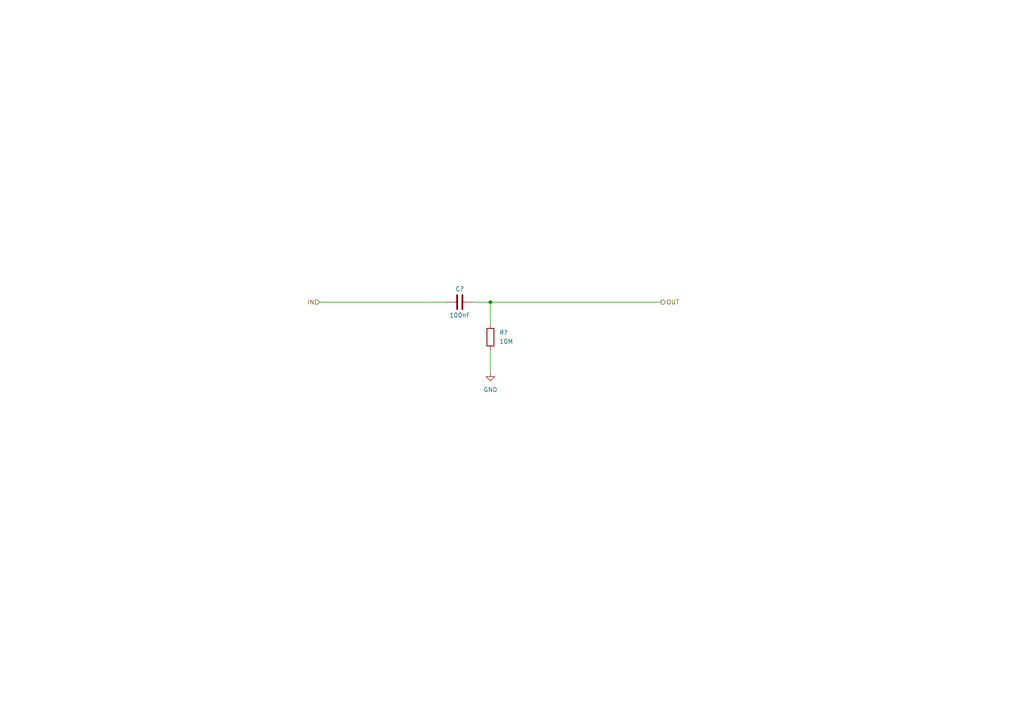
<source format=kicad_sch>
(kicad_sch (version 20211123) (generator eeschema)
  (paper "A4")
  (lib_symbols
    (symbol "Device:C" (pin_numbers hide) (pin_names (offset 0.254))
      (property "Reference" "C" (at 0.635 2.54 0))
      (property "Value" "C" (at 0.635 -2.54 0))
      (symbol "C_0_1"
        (polyline (pts (xy -2.032 -0.762) (xy 2.032 -0.762)) (stroke (width 0.508)))
        (polyline (pts (xy -2.032 0.762) (xy 2.032 0.762)) (stroke (width 0.508)))
      )
      (symbol "C_1_1"
        (pin passive line (at 0 3.81 270) (length 2.794) (name "~") (number "1"))
        (pin passive line (at 0 -3.81 90) (length 2.794) (name "~") (number "2"))
      )
    )
    (symbol "Device:R" (pin_numbers hide) (pin_names (offset 0))
      (property "Reference" "R" (at 2.032 0 90))
      (property "Value" "R" (at 0 0 90))
      (symbol "R_0_1"
        (rectangle (start -1.016 -2.54) (end 1.016 2.54) (stroke (width 0.254)))
      )
      (symbol "R_1_1"
        (pin passive line (at 0 3.81 270) (length 1.27) (name "~") (number "1"))
        (pin passive line (at 0 -3.81 90) (length 1.27) (name "~") (number "2"))
      )
    )
    (symbol "power:GND" (power) (pin_names (offset 0))
      (property "Value" "GND" (at 0 -3.81 0))
      (symbol "GND_0_1"
        (polyline (pts (xy 0 0) (xy 0 -1.27) (xy 1.27 -1.27) (xy 0 -2.54) (xy -1.27 -1.27) (xy 0 -1.27)))
      )
      (symbol "GND_1_1"
        (pin power_in line (at 0 0 270) (length 0) hide (name "GND") (number "1"))
      )
    )
  )
  (junction (at 142.24 87.63))
  (wire (pts (xy 137.16 87.63) (xy 142.24 87.63)))
  (wire (pts (xy 92.71 87.63) (xy 129.54 87.63)))
  (wire (pts (xy 142.24 101.6) (xy 142.24 107.95)))
  (wire (pts (xy 142.24 87.63) (xy 142.24 93.98)))
  (wire (pts (xy 142.24 87.63) (xy 191.77 87.63)))
  (hierarchical_label "OUT" (shape output) (at 191.77 87.63 0))
  (hierarchical_label "IN" (shape input) (at 92.71 87.63 180))
  (symbol (lib_id "Device:C") (at 133.35 87.63 90) (unit 1)
    (property "Reference" "C?" (at 133.35 83.82 90))
    (property "Value" "100nF" (at 133.35 91.44 90))
    (property "Footprint" "Capacitor_SMD:C_0805_2012Metric_Pad1.18x1.45mm_HandSolder" (effects hide))
  )
  (symbol (lib_id "Device:R") (at 142.24 97.79 0) (unit 1)
    (property "Reference" "R?" (at 144.78 96.5199 0) (effects (justify left)))
    (property "Value" "10M" (at 144.78 99.0599 0) (effects (justify left)))
    (property "Footprint" "Capacitor_SMD:C_0805_2012Metric_Pad1.18x1.45mm_HandSolder" (effects hide))
  )
  (symbol (lib_id "power:GND") (at 142.24 107.95 0) (unit 1)
    (property "Reference" "#PWR?" (effects hide))
    (property "Value" "GND" (at 142.24 113.03 0))
  )
)
</source>
